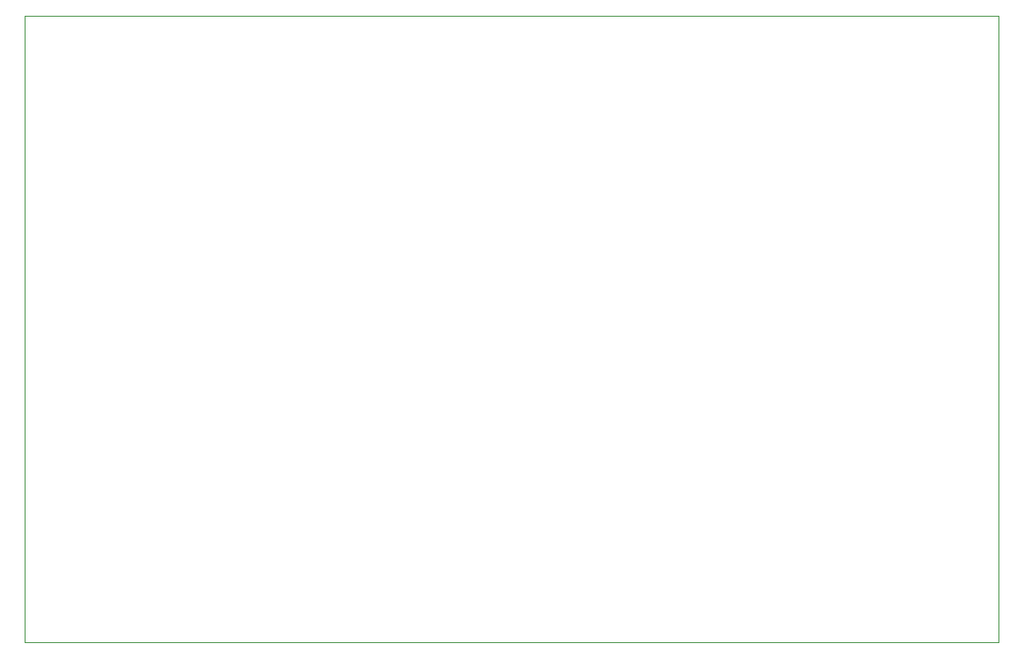
<source format=gbr>
%TF.GenerationSoftware,KiCad,Pcbnew,6.0.8-f2edbf62ab~116~ubuntu20.04.1*%
%TF.CreationDate,2023-03-15T13:48:09-03:00*%
%TF.ProjectId,placa-TAI,706c6163-612d-4544-9149-2e6b69636164,rev?*%
%TF.SameCoordinates,Original*%
%TF.FileFunction,Profile,NP*%
%FSLAX46Y46*%
G04 Gerber Fmt 4.6, Leading zero omitted, Abs format (unit mm)*
G04 Created by KiCad (PCBNEW 6.0.8-f2edbf62ab~116~ubuntu20.04.1) date 2023-03-15 13:48:09*
%MOMM*%
%LPD*%
G01*
G04 APERTURE LIST*
%TA.AperFunction,Profile*%
%ADD10C,0.100000*%
%TD*%
G04 APERTURE END LIST*
D10*
X91150000Y-60690000D02*
X184890000Y-60690000D01*
X184890000Y-60690000D02*
X184890000Y-121000000D01*
X184890000Y-121000000D02*
X91150000Y-121000000D01*
X91150000Y-121000000D02*
X91150000Y-60690000D01*
M02*

</source>
